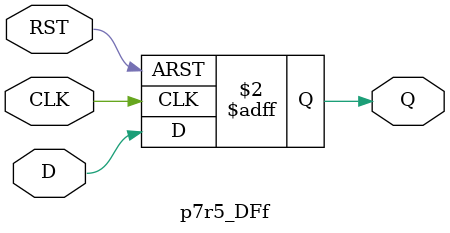
<source format=v>
`timescale 1ns / 1ps


module p7r5_DFf(
    input D,CLK,RST,
    output reg Q
    );
    always @(posedge CLK,posedge RST)
    begin 
        if(RST) Q <= 1'd0;
        else Q <= D;
    end
endmodule

</source>
